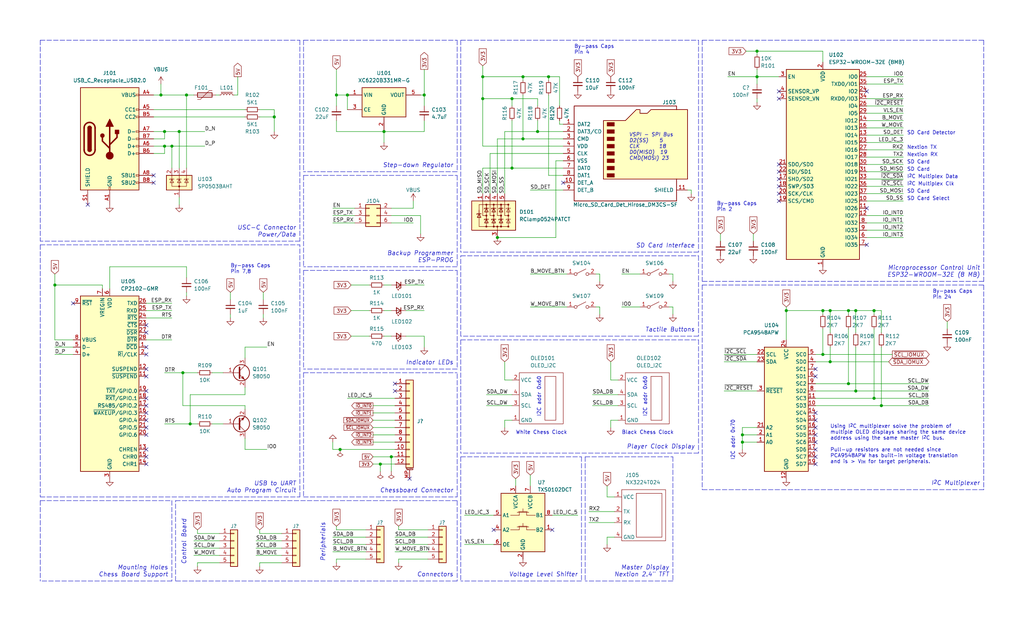
<source format=kicad_sch>
(kicad_sch (version 20211123) (generator eeschema)
  (paper "USLegal")
  (title_block (title "Chess Board Controller") (date "2022-11-16") (rev "B") (company "Butler Electronics") (comment 1 "Design by Joshua Butler, MD, MHI"))
  (junction (at 190.5 26.67))
  (junction (at 288.29 125.73))
  (junction (at 273.05 107.95))
  (junction (at 172.72 82.55))
  (junction (at 118.11 156.21))
  (junction (at 181.61 48.26))
  (junction (at 285.75 107.95))
  (junction (at 57.15 50.8))
  (junction (at 294.64 107.95))
  (junction (at 55.88 33.02))
  (junction (at 116.84 33.02))
  (junction (at 186.69 45.72))
  (junction (at 95.25 40.64))
  (junction (at 132.08 161.29))
  (junction (at 177.8 34.29))
  (junction (at 64.77 33.02))
  (junction (at 306.07 140.97))
  (junction (at 303.53 107.95))
  (junction (at 147.32 33.02))
  (junction (at 297.18 107.95))
  (junction (at 62.23 45.72))
  (junction (at 294.64 133.35))
  (junction (at 181.61 26.67))
  (junction (at 288.29 107.95))
  (junction (at 120.65 33.02))
  (junction (at 63.5 129.54))
  (junction (at 57.15 45.72))
  (junction (at 297.18 135.89))
  (junction (at 262.89 17.78))
  (junction (at 177.8 58.42))
  (junction (at 133.35 45.72))
  (junction (at 167.64 34.29))
  (junction (at 66.04 147.32))
  (junction (at 262.89 26.67))
  (junction (at 135.89 158.75))
  (junction (at 257.81 153.67))
  (junction (at 19.05 99.06))
  (junction (at 257.81 151.13))
  (junction (at 167.64 26.67))
  (junction (at 303.53 138.43))
  (junction (at 59.69 50.8))
  (junction (at 285.75 123.19))
  (no_connect (at 283.21 146.05))
  (no_connect (at 270.51 31.75))
  (no_connect (at 270.51 34.29))
  (no_connect (at 191.77 184.15))
  (no_connect (at 171.45 184.15))
  (no_connect (at 283.21 130.81))
  (no_connect (at 270.51 57.15))
  (no_connect (at 283.21 128.27))
  (no_connect (at 300.99 31.75))
  (no_connect (at 270.51 59.69))
  (no_connect (at 300.99 85.09))
  (no_connect (at 300.99 72.39))
  (no_connect (at 283.21 151.13))
  (no_connect (at 270.51 69.85))
  (no_connect (at 283.21 143.51))
  (no_connect (at 270.51 67.31))
  (no_connect (at 53.34 63.5))
  (no_connect (at 53.34 60.96))
  (no_connect (at 283.21 158.75))
  (no_connect (at 283.21 161.29))
  (no_connect (at 195.58 63.5))
  (no_connect (at 137.16 135.89))
  (no_connect (at 283.21 148.59))
  (no_connect (at 283.21 153.67))
  (no_connect (at 270.51 62.23))
  (no_connect (at 142.24 166.37))
  (no_connect (at 50.8 128.27))
  (no_connect (at 50.8 151.13))
  (no_connect (at 50.8 146.05))
  (no_connect (at 50.8 143.51))
  (no_connect (at 50.8 148.59))
  (no_connect (at 50.8 158.75))
  (no_connect (at 50.8 156.21))
  (no_connect (at 50.8 161.29))
  (no_connect (at 50.8 138.43))
  (no_connect (at 50.8 135.89))
  (no_connect (at 50.8 140.97))
  (no_connect (at 50.8 130.81))
  (no_connect (at 25.4 105.41))
  (no_connect (at 50.8 123.19))
  (no_connect (at 50.8 120.65))
  (no_connect (at 50.8 113.03))
  (no_connect (at 50.8 115.57))
  (no_connect (at 30.48 71.12))
  (no_connect (at 137.16 133.35))
  (no_connect (at 270.51 64.77))
  (no_connect (at 283.21 156.21))
  (polyline (pts (xy 13.97 172.72) (xy 104.14 172.72)))
  (wire (pts (xy 121.92 99.06) (xy 128.27 99.06)))
  (wire (pts (xy 63.5 140.97) (xy 63.5 129.54)))
  (wire (pts (xy 195.58 60.96) (xy 190.5 60.96)))
  (wire (pts (xy 116.84 194.31) (xy 116.84 195.58)))
  (wire (pts (xy 175.26 146.05) (xy 175.26 148.59)))
  (wire (pts (xy 283.21 135.89) (xy 297.18 135.89)))
  (wire (pts (xy 66.04 147.32) (xy 68.58 147.32)))
  (wire (pts (xy 177.8 41.91) (xy 177.8 58.42)))
  (wire (pts (xy 138.43 184.15) (xy 138.43 182.88)))
  (wire (pts (xy 300.99 59.69) (xy 313.69 59.69)))
  (wire (pts (xy 262.89 24.13) (xy 262.89 26.67)))
  (wire (pts (xy 137.16 186.69) (xy 148.59 186.69)))
  (polyline (pts (xy 160.02 13.97) (xy 160.02 87.63)))
  (wire (pts (xy 300.99 74.93) (xy 313.69 74.93)))
  (wire (pts (xy 167.64 22.86) (xy 167.64 26.67)))
  (wire (pts (xy 85.09 124.46) (xy 85.09 120.65)))
  (polyline (pts (xy 59.69 201.93) (xy 13.97 201.93)))
  (wire (pts (xy 240.03 66.04) (xy 240.03 67.31)))
  (wire (pts (xy 167.64 58.42) (xy 167.64 67.31)))
  (wire (pts (xy 303.53 109.22) (xy 303.53 107.95)))
  (polyline (pts (xy 104.14 172.72) (xy 104.14 85.09)))
  (wire (pts (xy 53.34 38.1) (xy 85.09 38.1)))
  (polyline (pts (xy 160.02 118.11) (xy 160.02 157.48)))
  (wire (pts (xy 288.29 125.73) (xy 308.61 125.73)))
  (wire (pts (xy 76.2 195.58) (xy 68.58 195.58)))
  (polyline (pts (xy 60.96 201.93) (xy 60.96 173.99)))
  (wire (pts (xy 194.31 43.18) (xy 195.58 43.18)))
  (wire (pts (xy 168.91 137.16) (xy 177.8 137.16)))
  (wire (pts (xy 129.54 153.67) (xy 137.16 153.67)))
  (wire (pts (xy 283.21 140.97) (xy 306.07 140.97)))
  (wire (pts (xy 135.89 158.75) (xy 137.16 158.75)))
  (wire (pts (xy 193.04 82.55) (xy 172.72 82.55)))
  (wire (pts (xy 273.05 106.68) (xy 273.05 107.95)))
  (polyline (pts (xy 242.57 88.9) (xy 242.57 116.84)))
  (polyline (pts (xy 243.84 99.06) (xy 341.63 99.06)))
  (wire (pts (xy 57.15 147.32) (xy 66.04 147.32)))
  (wire (pts (xy 147.32 41.91) (xy 147.32 45.72)))
  (wire (pts (xy 85.09 137.16) (xy 66.04 137.16)))
  (wire (pts (xy 143.51 69.85) (xy 143.51 72.39)))
  (polyline (pts (xy 201.93 201.93) (xy 160.02 201.93)))
  (wire (pts (xy 297.18 120.65) (xy 297.18 135.89)))
  (wire (pts (xy 262.89 34.29) (xy 262.89 35.56)))
  (wire (pts (xy 186.69 41.91) (xy 186.69 45.72)))
  (wire (pts (xy 251.46 135.89) (xy 262.89 135.89)))
  (wire (pts (xy 193.04 55.88) (xy 193.04 82.55)))
  (wire (pts (xy 300.99 80.01) (xy 313.69 80.01)))
  (wire (pts (xy 238.76 66.04) (xy 240.03 66.04)))
  (wire (pts (xy 297.18 107.95) (xy 297.18 115.57)))
  (wire (pts (xy 133.35 107.95) (xy 135.89 107.95)))
  (polyline (pts (xy 203.2 158.75) (xy 233.68 158.75)))
  (wire (pts (xy 328.93 111.76) (xy 328.93 114.3)))
  (wire (pts (xy 82.55 26.67) (xy 82.55 33.02)))
  (wire (pts (xy 288.29 107.95) (xy 288.29 115.57)))
  (polyline (pts (xy 105.41 13.97) (xy 105.41 59.69)))
  (wire (pts (xy 116.84 41.91) (xy 116.84 45.72)))
  (wire (pts (xy 288.29 120.65) (xy 288.29 125.73)))
  (wire (pts (xy 116.84 33.02) (xy 120.65 33.02)))
  (wire (pts (xy 212.09 125.73) (xy 212.09 132.08)))
  (wire (pts (xy 147.32 116.84) (xy 147.32 120.65)))
  (wire (pts (xy 191.77 179.07) (xy 200.66 179.07)))
  (wire (pts (xy 115.57 74.93) (xy 123.19 74.93)))
  (polyline (pts (xy 160.02 13.97) (xy 242.57 13.97)))
  (wire (pts (xy 177.8 34.29) (xy 186.69 34.29)))
  (polyline (pts (xy 105.41 129.54) (xy 105.41 172.72)))
  (polyline (pts (xy 203.2 158.75) (xy 203.2 201.93)))
  (wire (pts (xy 97.79 185.42) (xy 90.17 185.42)))
  (wire (pts (xy 303.53 114.3) (xy 303.53 138.43)))
  (wire (pts (xy 177.8 36.83) (xy 177.8 34.29)))
  (wire (pts (xy 118.11 156.21) (xy 115.57 156.21)))
  (wire (pts (xy 177.8 146.05) (xy 175.26 146.05)))
  (wire (pts (xy 50.8 118.11) (xy 59.69 118.11)))
  (wire (pts (xy 300.99 44.45) (xy 313.69 44.45)))
  (wire (pts (xy 194.31 43.18) (xy 194.31 41.91)))
  (wire (pts (xy 38.1 92.71) (xy 64.77 92.71)))
  (polyline (pts (xy 242.57 157.48) (xy 160.02 157.48)))
  (wire (pts (xy 64.77 92.71) (xy 64.77 96.52)))
  (wire (pts (xy 283.21 138.43) (xy 303.53 138.43)))
  (wire (pts (xy 294.64 133.35) (xy 322.58 133.35)))
  (wire (pts (xy 53.34 48.26) (xy 57.15 48.26)))
  (wire (pts (xy 232.41 106.68) (xy 233.68 106.68)))
  (wire (pts (xy 88.9 193.04) (xy 97.79 193.04)))
  (wire (pts (xy 115.57 77.47) (xy 123.19 77.47)))
  (wire (pts (xy 146.05 74.93) (xy 146.05 81.28)))
  (wire (pts (xy 55.88 33.02) (xy 53.34 33.02)))
  (polyline (pts (xy 105.41 93.98) (xy 158.75 93.98)))
  (wire (pts (xy 283.21 125.73) (xy 288.29 125.73)))
  (wire (pts (xy 127 194.31) (xy 116.84 194.31)))
  (wire (pts (xy 262.89 26.67) (xy 270.51 26.67)))
  (wire (pts (xy 168.91 140.97) (xy 177.8 140.97)))
  (wire (pts (xy 59.69 50.8) (xy 71.12 50.8)))
  (wire (pts (xy 129.54 161.29) (xy 132.08 161.29)))
  (wire (pts (xy 190.5 33.02) (xy 190.5 60.96)))
  (wire (pts (xy 285.75 123.19) (xy 309.88 123.19)))
  (wire (pts (xy 212.09 146.05) (xy 212.09 148.59)))
  (wire (pts (xy 90.17 195.58) (xy 90.17 196.85)))
  (wire (pts (xy 115.57 72.39) (xy 123.19 72.39)))
  (wire (pts (xy 273.05 107.95) (xy 273.05 118.11)))
  (wire (pts (xy 195.58 55.88) (xy 193.04 55.88)))
  (wire (pts (xy 57.15 48.26) (xy 57.15 45.72)))
  (polyline (pts (xy 160.02 116.84) (xy 160.02 88.9)))
  (wire (pts (xy 129.54 148.59) (xy 137.16 148.59)))
  (wire (pts (xy 184.15 95.25) (xy 196.85 95.25)))
  (wire (pts (xy 121.92 107.95) (xy 128.27 107.95)))
  (wire (pts (xy 233.68 106.68) (xy 233.68 109.22)))
  (wire (pts (xy 80.01 109.22) (xy 80.01 110.49)))
  (wire (pts (xy 135.89 163.83) (xy 135.89 158.75)))
  (wire (pts (xy 147.32 33.02) (xy 147.32 36.83)))
  (wire (pts (xy 120.65 138.43) (xy 137.16 138.43)))
  (wire (pts (xy 306.07 140.97) (xy 322.58 140.97)))
  (polyline (pts (xy 242.57 118.11) (xy 242.57 157.48)))
  (polyline (pts (xy 158.75 128.27) (xy 105.41 128.27)))
  (wire (pts (xy 140.97 107.95) (xy 147.32 107.95)))
  (wire (pts (xy 167.64 34.29) (xy 177.8 34.29)))
  (wire (pts (xy 38.1 92.71) (xy 38.1 100.33)))
  (polyline (pts (xy 158.75 201.93) (xy 60.96 201.93)))
  (wire (pts (xy 129.54 146.05) (xy 137.16 146.05)))
  (wire (pts (xy 170.18 53.34) (xy 195.58 53.34)))
  (wire (pts (xy 261.62 81.28) (xy 261.62 83.82)))
  (polyline (pts (xy 243.84 13.97) (xy 243.84 97.79)))
  (polyline (pts (xy 105.41 60.96) (xy 158.75 60.96)))
  (wire (pts (xy 57.15 129.54) (xy 63.5 129.54)))
  (polyline (pts (xy 13.97 85.09) (xy 104.14 85.09)))
  (wire (pts (xy 215.9 106.68) (xy 222.25 106.68)))
  (wire (pts (xy 90.17 40.64) (xy 95.25 40.64)))
  (wire (pts (xy 19.05 123.19) (xy 25.4 123.19)))
  (wire (pts (xy 288.29 107.95) (xy 294.64 107.95)))
  (polyline (pts (xy 60.96 173.99) (xy 158.75 173.99)))
  (polyline (pts (xy 158.75 60.96) (xy 158.75 92.71)))
  (wire (pts (xy 91.44 109.22) (xy 91.44 110.49)))
  (wire (pts (xy 184.15 66.04) (xy 195.58 66.04)))
  (wire (pts (xy 300.99 34.29) (xy 313.69 34.29)))
  (wire (pts (xy 161.29 179.07) (xy 171.45 179.07)))
  (wire (pts (xy 88.9 190.5) (xy 97.79 190.5)))
  (wire (pts (xy 300.99 64.77) (xy 313.69 64.77)))
  (wire (pts (xy 59.69 50.8) (xy 59.69 58.42)))
  (polyline (pts (xy 13.97 13.97) (xy 13.97 83.82)))
  (wire (pts (xy 67.31 33.02) (xy 64.77 33.02)))
  (wire (pts (xy 205.74 140.97) (xy 214.63 140.97)))
  (wire (pts (xy 137.16 156.21) (xy 118.11 156.21)))
  (wire (pts (xy 259.08 17.78) (xy 262.89 17.78)))
  (wire (pts (xy 285.75 114.3) (xy 285.75 123.19)))
  (wire (pts (xy 257.81 151.13) (xy 262.89 151.13)))
  (polyline (pts (xy 233.68 158.75) (xy 233.68 201.93)))
  (wire (pts (xy 262.89 17.78) (xy 285.75 17.78)))
  (wire (pts (xy 207.01 106.68) (xy 208.28 106.68)))
  (wire (pts (xy 19.05 120.65) (xy 25.4 120.65)))
  (wire (pts (xy 95.25 40.64) (xy 95.25 45.72)))
  (wire (pts (xy 62.23 45.72) (xy 62.23 58.42)))
  (wire (pts (xy 116.84 45.72) (xy 133.35 45.72)))
  (polyline (pts (xy 158.75 93.98) (xy 158.75 128.27)))
  (wire (pts (xy 251.46 125.73) (xy 262.89 125.73)))
  (wire (pts (xy 73.66 147.32) (xy 77.47 147.32)))
  (wire (pts (xy 172.72 48.26) (xy 172.72 67.31)))
  (wire (pts (xy 129.54 151.13) (xy 137.16 151.13)))
  (wire (pts (xy 53.34 40.64) (xy 85.09 40.64)))
  (polyline (pts (xy 59.69 173.99) (xy 59.69 201.93)))
  (wire (pts (xy 115.57 189.23) (xy 127 189.23)))
  (polyline (pts (xy 233.68 201.93) (xy 203.2 201.93)))
  (wire (pts (xy 167.64 58.42) (xy 177.8 58.42)))
  (wire (pts (xy 138.43 194.31) (xy 138.43 195.58)))
  (polyline (pts (xy 158.75 172.72) (xy 158.75 129.54)))
  (wire (pts (xy 95.25 38.1) (xy 95.25 40.64)))
  (wire (pts (xy 300.99 57.15) (xy 313.69 57.15)))
  (wire (pts (xy 121.92 116.84) (xy 128.27 116.84)))
  (polyline (pts (xy 13.97 85.09) (xy 13.97 172.72)))
  (wire (pts (xy 262.89 26.67) (xy 262.89 29.21)))
  (wire (pts (xy 57.15 45.72) (xy 62.23 45.72)))
  (polyline (pts (xy 13.97 173.99) (xy 59.69 173.99)))
  (wire (pts (xy 116.84 33.02) (xy 116.84 36.83)))
  (wire (pts (xy 194.31 26.67) (xy 190.5 26.67)))
  (wire (pts (xy 300.99 41.91) (xy 313.69 41.91)))
  (wire (pts (xy 35.56 100.33) (xy 35.56 99.06)))
  (wire (pts (xy 257.81 153.67) (xy 257.81 156.21)))
  (polyline (pts (xy 13.97 173.99) (xy 13.97 201.93)))
  (wire (pts (xy 146.05 33.02) (xy 147.32 33.02)))
  (wire (pts (xy 306.07 120.65) (xy 306.07 140.97)))
  (wire (pts (xy 262.89 17.78) (xy 262.89 19.05)))
  (wire (pts (xy 50.8 110.49) (xy 59.69 110.49)))
  (wire (pts (xy 300.99 26.67) (xy 313.69 26.67)))
  (wire (pts (xy 306.07 107.95) (xy 303.53 107.95)))
  (wire (pts (xy 57.15 50.8) (xy 59.69 50.8)))
  (wire (pts (xy 67.31 187.96) (xy 76.2 187.96)))
  (polyline (pts (xy 160.02 158.75) (xy 201.93 158.75)))
  (wire (pts (xy 127 184.15) (xy 116.84 184.15)))
  (wire (pts (xy 300.99 82.55) (xy 313.69 82.55)))
  (wire (pts (xy 80.01 101.6) (xy 80.01 104.14)))
  (wire (pts (xy 137.16 191.77) (xy 148.59 191.77)))
  (wire (pts (xy 250.19 81.28) (xy 250.19 83.82)))
  (wire (pts (xy 213.36 186.69) (xy 210.82 186.69)))
  (wire (pts (xy 55.88 29.21) (xy 55.88 33.02)))
  (wire (pts (xy 53.34 53.34) (xy 57.15 53.34)))
  (wire (pts (xy 135.89 77.47) (xy 143.51 77.47)))
  (wire (pts (xy 257.81 153.67) (xy 262.89 153.67)))
  (wire (pts (xy 66.04 137.16) (xy 66.04 147.32)))
  (wire (pts (xy 172.72 48.26) (xy 181.61 48.26)))
  (wire (pts (xy 175.26 45.72) (xy 186.69 45.72)))
  (wire (pts (xy 175.26 125.73) (xy 175.26 132.08)))
  (wire (pts (xy 73.66 129.54) (xy 77.47 129.54)))
  (wire (pts (xy 190.5 26.67) (xy 181.61 26.67)))
  (wire (pts (xy 57.15 53.34) (xy 57.15 50.8)))
  (wire (pts (xy 181.61 27.94) (xy 181.61 26.67)))
  (wire (pts (xy 167.64 26.67) (xy 167.64 34.29)))
  (wire (pts (xy 133.35 99.06) (xy 135.89 99.06)))
  (wire (pts (xy 300.99 36.83) (xy 313.69 36.83)))
  (wire (pts (xy 257.81 148.59) (xy 257.81 151.13)))
  (wire (pts (xy 167.64 50.8) (xy 195.58 50.8)))
  (wire (pts (xy 210.82 172.72) (xy 210.82 168.91)))
  (wire (pts (xy 297.18 107.95) (xy 303.53 107.95)))
  (wire (pts (xy 252.73 26.67) (xy 262.89 26.67)))
  (wire (pts (xy 91.44 101.6) (xy 91.44 104.14)))
  (wire (pts (xy 204.47 181.61) (xy 213.36 181.61)))
  (wire (pts (xy 300.99 67.31) (xy 313.69 67.31)))
  (wire (pts (xy 184.15 165.1) (xy 184.15 168.91)))
  (wire (pts (xy 300.99 69.85) (xy 313.69 69.85)))
  (wire (pts (xy 213.36 172.72) (xy 210.82 172.72)))
  (wire (pts (xy 300.99 62.23) (xy 313.69 62.23)))
  (wire (pts (xy 76.2 185.42) (xy 68.58 185.42)))
  (wire (pts (xy 210.82 186.69) (xy 210.82 189.23)))
  (polyline (pts (xy 242.57 13.97) (xy 242.57 87.63)))
  (wire (pts (xy 67.31 193.04) (xy 76.2 193.04)))
  (polyline (pts (xy 243.84 13.97) (xy 341.63 13.97)))
  (wire (pts (xy 313.69 52.07) (xy 300.99 52.07)))
  (wire (pts (xy 184.15 106.68) (xy 196.85 106.68)))
  (polyline (pts (xy 160.02 118.11) (xy 242.57 118.11)))
  (wire (pts (xy 90.17 185.42) (xy 90.17 184.15)))
  (wire (pts (xy 76.2 33.02) (xy 74.93 33.02)))
  (polyline (pts (xy 341.63 99.06) (xy 341.63 170.18)))
  (wire (pts (xy 181.61 33.02) (xy 181.61 48.26)))
  (wire (pts (xy 294.64 109.22) (xy 294.64 107.95)))
  (polyline (pts (xy 104.14 83.82) (xy 13.97 83.82)))
  (wire (pts (xy 204.47 177.8) (xy 213.36 177.8)))
  (wire (pts (xy 273.05 107.95) (xy 285.75 107.95)))
  (wire (pts (xy 148.59 194.31) (xy 138.43 194.31)))
  (wire (pts (xy 208.28 106.68) (xy 208.28 109.22)))
  (wire (pts (xy 303.53 138.43) (xy 322.58 138.43)))
  (polyline (pts (xy 105.41 13.97) (xy 158.75 13.97)))
  (wire (pts (xy 115.57 186.69) (xy 127 186.69)))
  (wire (pts (xy 116.84 184.15) (xy 116.84 182.88)))
  (wire (pts (xy 313.69 54.61) (xy 300.99 54.61)))
  (wire (pts (xy 85.09 152.4) (xy 85.09 156.21)))
  (wire (pts (xy 179.07 166.37) (xy 179.07 168.91)))
  (polyline (pts (xy 242.57 87.63) (xy 160.02 87.63)))
  (wire (pts (xy 186.69 36.83) (xy 186.69 34.29)))
  (wire (pts (xy 232.41 95.25) (xy 233.68 95.25)))
  (wire (pts (xy 68.58 185.42) (xy 68.58 184.15)))
  (wire (pts (xy 233.68 95.25) (xy 233.68 97.79)))
  (polyline (pts (xy 158.75 13.97) (xy 158.75 59.69)))
  (wire (pts (xy 194.31 36.83) (xy 194.31 26.67)))
  (wire (pts (xy 50.8 105.41) (xy 59.69 105.41)))
  (polyline (pts (xy 242.57 116.84) (xy 160.02 116.84)))
  (wire (pts (xy 205.74 137.16) (xy 214.63 137.16)))
  (wire (pts (xy 147.32 24.13) (xy 147.32 33.02)))
  (wire (pts (xy 300.99 39.37) (xy 313.69 39.37)))
  (wire (pts (xy 306.07 115.57) (xy 306.07 107.95)))
  (wire (pts (xy 170.18 53.34) (xy 170.18 67.31)))
  (wire (pts (xy 90.17 38.1) (xy 95.25 38.1)))
  (wire (pts (xy 214.63 146.05) (xy 212.09 146.05)))
  (wire (pts (xy 82.55 33.02) (xy 81.28 33.02)))
  (polyline (pts (xy 341.63 170.18) (xy 243.84 170.18)))
  (polyline (pts (xy 13.97 13.97) (xy 104.14 13.97)))
  (wire (pts (xy 181.61 48.26) (xy 195.58 48.26)))
  (polyline (pts (xy 104.14 13.97) (xy 104.14 83.82)))
  (wire (pts (xy 19.05 118.11) (xy 25.4 118.11)))
  (polyline (pts (xy 158.75 59.69) (xy 105.41 59.69)))
  (wire (pts (xy 283.21 133.35) (xy 294.64 133.35)))
  (polyline (pts (xy 243.84 99.06) (xy 243.84 170.18)))
  (wire (pts (xy 67.31 190.5) (xy 76.2 190.5)))
  (wire (pts (xy 167.64 26.67) (xy 181.61 26.67)))
  (polyline (pts (xy 105.41 60.96) (xy 105.41 92.71)))
  (wire (pts (xy 64.77 101.6) (xy 64.77 102.87)))
  (wire (pts (xy 251.46 123.19) (xy 262.89 123.19)))
  (wire (pts (xy 135.89 72.39) (xy 143.51 72.39)))
  (wire (pts (xy 177.8 132.08) (xy 175.26 132.08)))
  (wire (pts (xy 186.69 45.72) (xy 195.58 45.72)))
  (wire (pts (xy 208.28 95.25) (xy 208.28 97.79)))
  (wire (pts (xy 300.99 77.47) (xy 313.69 77.47)))
  (wire (pts (xy 132.08 163.83) (xy 132.08 161.29)))
  (polyline (pts (xy 158.75 173.99) (xy 158.75 201.93)))
  (wire (pts (xy 297.18 107.95) (xy 294.64 107.95)))
  (wire (pts (xy 207.01 95.25) (xy 208.28 95.25)))
  (wire (pts (xy 135.89 74.93) (xy 146.05 74.93)))
  (wire (pts (xy 35.56 99.06) (xy 19.05 99.06)))
  (polyline (pts (xy 160.02 88.9) (xy 242.57 88.9)))
  (wire (pts (xy 161.29 189.23) (xy 171.45 189.23)))
  (wire (pts (xy 175.26 45.72) (xy 175.26 67.31)))
  (wire (pts (xy 215.9 95.25) (xy 222.25 95.25)))
  (wire (pts (xy 85.09 156.21) (xy 92.71 156.21)))
  (polyline (pts (xy 105.41 129.54) (xy 158.75 129.54)))
  (wire (pts (xy 62.23 45.72) (xy 71.12 45.72)))
  (wire (pts (xy 19.05 99.06) (xy 19.05 118.11)))
  (wire (pts (xy 190.5 27.94) (xy 190.5 26.67)))
  (wire (pts (xy 129.54 158.75) (xy 135.89 158.75)))
  (wire (pts (xy 64.77 33.02) (xy 55.88 33.02)))
  (wire (pts (xy 53.34 45.72) (xy 57.15 45.72)))
  (wire (pts (xy 294.64 114.3) (xy 294.64 133.35)))
  (wire (pts (xy 129.54 143.51) (xy 137.16 143.51)))
  (polyline (pts (xy 341.63 13.97) (xy 341.63 97.79)))
  (wire (pts (xy 63.5 129.54) (xy 68.58 129.54)))
  (wire (pts (xy 68.58 195.58) (xy 68.58 196.85)))
  (wire (pts (xy 167.64 34.29) (xy 167.64 50.8)))
  (wire (pts (xy 120.65 33.02) (xy 120.65 38.1)))
  (polyline (pts (xy 158.75 92.71) (xy 105.41 92.71)))
  (wire (pts (xy 85.09 140.97) (xy 85.09 142.24)))
  (wire (pts (xy 116.84 24.13) (xy 116.84 33.02)))
  (wire (pts (xy 50.8 107.95) (xy 59.69 107.95)))
  (wire (pts (xy 300.99 46.99) (xy 313.69 46.99)))
  (wire (pts (xy 133.35 49.53) (xy 133.35 45.72)))
  (polyline (pts (xy 341.63 97.79) (xy 243.84 97.79)))
  (wire (pts (xy 147.32 45.72) (xy 133.35 45.72)))
  (wire (pts (xy 85.09 120.65) (xy 92.71 120.65)))
  (wire (pts (xy 97.79 195.58) (xy 90.17 195.58)))
  (wire (pts (xy 140.97 99.06) (xy 147.32 99.06)))
  (wire (pts (xy 257.81 151.13) (xy 257.81 153.67)))
  (wire (pts (xy 115.57 156.21) (xy 115.57 153.67)))
  (polyline (pts (xy 105.41 172.72) (xy 158.75 172.72)))
  (wire (pts (xy 129.54 140.97) (xy 137.16 140.97)))
  (wire (pts (xy 85.09 137.16) (xy 85.09 134.62)))
  (wire (pts (xy 257.81 148.59) (xy 262.89 148.59)))
  (wire (pts (xy 115.57 191.77) (xy 127 191.77)))
  (wire (pts (xy 297.18 135.89) (xy 322.58 135.89)))
  (wire (pts (xy 137.16 189.23) (xy 148.59 189.23)))
  (wire (pts (xy 140.97 116.84) (xy 147.32 116.84)))
  (polyline (pts (xy 201.93 158.75) (xy 201.93 201.93)))
  (wire (pts (xy 85.09 140.97) (xy 63.5 140.97)))
  (polyline (pts (xy 160.02 158.75) (xy 160.02 201.93)))
  (wire (pts (xy 300.99 49.53) (xy 313.69 49.53)))
  (wire (pts (xy 64.77 33.02) (xy 64.77 58.42)))
  (wire (pts (xy 214.63 132.08) (xy 212.09 132.08)))
  (wire (pts (xy 19.05 95.25) (xy 19.05 99.06)))
  (polyline (pts (xy 105.41 93.98) (xy 105.41 128.27)))
  (wire (pts (xy 283.21 123.19) (xy 285.75 123.19)))
  (wire (pts (xy 133.35 116.84) (xy 135.89 116.84)))
  (wire (pts (xy 132.08 161.29) (xy 137.16 161.29)))
  (wire (pts (xy 288.29 107.95) (xy 285.75 107.95)))
  (wire (pts (xy 285.75 17.78) (xy 285.75 21.59)))
  (wire (pts (xy 148.59 184.15) (xy 138.43 184.15)))
  (wire (pts (xy 177.8 58.42) (xy 195.58 58.42)))
  (wire (pts (xy 88.9 187.96) (xy 97.79 187.96)))
  (wire (pts (xy 53.34 50.8) (xy 57.15 50.8)))
  (wire (pts (xy 285.75 107.95) (xy 285.75 109.22)))
  (wire (pts (xy 300.99 29.21) (xy 313.69 29.21)))
  (wire (pts (xy 62.23 68.58) (xy 62.23 71.12)))
  (text "SD Card" (at 314.96 59.69 0) (effects (font (size 1.27 1.27)) (justify left bottom)))
  (text "USB to UART\nAuto Program Circuit" (at 102.87 171.45 180) (effects (font (size 1.5 1.5) italic) (justify right bottom)))
  (text "I^{2}C Multiplex Clk" (at 314.96 64.77 0) (effects (font (size 1.27 1.27)) (justify left bottom)))
  (text "Voltage Level Shifter" (at 200.66 200.66 180) (effects (font (size 1.5 1.5) italic) (justify right bottom)))
  (text "SD Card Detector" (at 314.96 46.99 0) (effects (font (size 1.27 1.27)) (justify left bottom)))
  (text "Master Display\nNextion 2.4\" TFT" (at 232.41 200.66 180) (effects (font (size 1.5 1.5) italic) (justify right bottom)))
  (text "By-pass Caps\nPin 4" (at 199.39 19.05 0) (effects (font (size 1.27 1.27)) (justify left bottom)))
  (text "Chessboard Connector" (at 157.48 171.45 180) (effects (font (size 1.5 1.5) italic) (justify right bottom)))
  (text "Nextion RX" (at 314.96 54.61 0) (effects (font (size 1.27 1.27)) (justify left bottom)))
  (text "Microprocessor Control Unit\nESP32-WROOM-32E (8 MB)" (at 340.36 96.52 180) (effects (font (size 1.5 1.5) italic) (justify right bottom)))
  (text "USC-C Connector\nPower/Data" (at 102.87 82.55 180) (effects (font (size 1.5 1.5) italic) (justify right bottom)))
  (text "SD Card Interface" (at 241.3 86.36 180) (effects (font (size 1.5 1.5) italic) (justify right bottom)))
  (text "SD Card" (at 314.96 67.31 0) (effects (font (size 1.27 1.27)) (justify left bottom)))
  (text "Player Clock Display" (at 241.3 156.21 180) (effects (font (size 1.5 1.5) italic) (justify right bottom)))
  (text "I^{2}C Multiplex Data" (at 314.96 62.23 0) (effects (font (size 1.27 1.27)) (justify left bottom)))
  (text "Control Board" (at 64.77 180.34 270) (effects (font (size 1.5 1.5) italic) (justify right bottom)))
  (text "I^{2}C Multiplexer" (at 340.36 168.91 180) (effects (font (size 1.5 1.5) italic) (justify right bottom)))
  (text "SD Card" (at 314.96 57.15 0) (effects (font (size 1.27 1.27)) (justify left bottom)))
  (text "Black Chess Clock" (at 215.9 151.13 0) (effects (font (size 1.27 1.27)) (justify left bottom)))
  (text "By-pass Caps\nPin 24" (at 323.85 104.14 0) (effects (font (size 1.27 1.27)) (justify left bottom)))
  (text "By-pass Caps\nPin 7,8" (at 80.01 95.25 0) (effects (font (size 1.27 1.27)) (justify left bottom)))
  (text "I2C addr 0x60" (at 224.79 130.81 270) (effects (font (size 1.27 1.27)) (justify right bottom)))
  (text "White Chess Clock" (at 179.07 151.13 0) (effects (font (size 1.27 1.27)) (justify left bottom)))
  (text "By-pass Caps\nPin 2" (at 248.92 73.66 0) (effects (font (size 1.27 1.27)) (justify left bottom)))
  (text "I2C addr 0x70" (at 255.27 160.02 90) (effects (font (size 1.27 1.27)) (justify left bottom)))
  (text "Peripherials" (at 113.03 181.61 270) (effects (font (size 1.5 1.5) italic) (justify right bottom)))
  (text "VSPI - SPI Bus\nD2(SS)    5\nCLK       18\nD0(MISO)  19\nCMD(MOSI) 23" (at 218.44 55.88 0) (effects (font (size 1.27 1.27) italic) (justify left bottom)))
  (text "Step-down Regulator" (at 157.48 58.42 180) (effects (font (size 1.5 1.5) italic) (justify right bottom)))
  (text "Backup Programmer\nESP-PROG" (at 157.48 91.44 180) (effects (font (size 1.5 1.5) italic) (justify right bottom)))
  (text "Connectors" (at 157.48 200.66 180) (effects (font (size 1.5 1.5) italic) (justify right bottom)))
  (text "Using I^{2}C multiplexer solve the problem of\nmultiple OLED displays sharing the same device\naddress using the same master I^{2}C bus.\n\nPull-up resistors are not needed since\nPCA9548APW has built-in voltage translation\nand is > V_{iH} for target peripherals." (at 288.29 161.29 0) (effects (font (size 1.27 1.27)) (justify left bottom)))
  (text "I2C addr 0x60" (at 187.96 130.81 270) (effects (font (size 1.27 1.27)) (justify right bottom)))
  (text "Nextion TX" (at 314.96 52.07 0) (effects (font (size 1.27 1.27)) (justify left bottom)))
  (text "Mounting Holes\nChess Board Support" (at 58.42 200.66 180) (effects (font (size 1.5 1.5) italic) (justify right bottom)))
  (text "Indicator LEDs" (at 157.48 127 180) (effects (font (size 1.5 1.5) italic) (justify right bottom)))
  (text "Tactile Buttons" (at 241.3 115.57 180) (effects (font (size 1.5 1.5) italic) (justify right bottom)))
  (text "SD Card Select" (at 314.96 69.85 0) (effects (font (size 1.27 1.27)) (justify left bottom)))
  (label "B_MOVE" (at 313.69 41.91 180))
  (label "SCL_DB" (at 322.58 138.43 180))
  (label "IO0" (at 92.71 156.21 0))
  (label "ESP_RX" (at 59.69 105.41 180))
  (label "IO0" (at 215.9 106.68 0))
  (label "~{I2C_SDA}" (at 313.69 62.23 180))
  (label "IO0" (at 143.51 77.47 180))
  (label "ESP_RX" (at 147.32 107.95 180))
  (label "SD_SS" (at 175.26 67.31 90))
  (label "RTS" (at 59.69 110.49 180))
  (label "W_MOVE" (at 313.69 44.45 180))
  (label "DTR" (at 59.69 118.11 180))
  (label "ESP_RX" (at 115.57 77.47 0))
  (label "SCL_DB" (at 137.16 189.23 0))
  (label "VLS_EN" (at 313.69 39.37 180))
  (label "IO0" (at 313.69 26.67 180))
  (label "SCL_DW" (at 67.31 190.5 0))
  (label "SDA_DW" (at 168.91 137.16 0))
  (label "W_MOVE_BTN" (at 184.15 106.68 0))
  (label "SCL_DB" (at 88.9 190.5 0))
  (label "SDA_DB" (at 88.9 187.96 0))
  (label "~{I2C_SCL}" (at 251.46 123.19 0))
  (label "SD_DET" (at 184.15 66.04 0))
  (label "D_N" (at 71.12 45.72 0))
  (label "SD_SS" (at 313.69 69.85 180))
  (label "LED_IC_5" (at 120.65 138.43 0))
  (label "ESP_TX" (at 313.69 29.21 180))
  (label "VLS_EN" (at 161.29 189.23 0))
  (label "IO_INT3" (at 313.69 82.55 180))
  (label "EN" (at 215.9 95.25 0))
  (label "~{I2C_SCL}" (at 313.69 64.77 180))
  (label "TX2" (at 204.47 181.61 0))
  (label "~{I2C_SDA}" (at 251.46 125.73 0))
  (label "SCL_DB" (at 115.57 189.23 0))
  (label "SD_MISO" (at 167.64 67.31 90))
  (label "EN" (at 92.71 120.65 0))
  (label "SDA_DB" (at 205.74 137.16 0))
  (label "SCL_DW" (at 168.91 140.97 0))
  (label "SDA_DW" (at 322.58 135.89 180))
  (label "RX2" (at 204.47 177.8 0))
  (label "LED_IC_5" (at 200.66 179.07 180))
  (label "SD_DET" (at 313.69 46.99 180))
  (label "SD_SCK" (at 313.69 57.15 180))
  (label "DTR" (at 57.15 129.54 0))
  (label "~{I2C_RESET}" (at 313.69 36.83 180))
  (label "ESP_TX" (at 115.57 74.93 0))
  (label "B_MOVE_BTN" (at 184.15 95.25 0))
  (label "B_MOVE" (at 88.9 193.04 0))
  (label "SCL_DB" (at 205.74 140.97 0))
  (label "SDA_DB" (at 137.16 186.69 0))
  (label "IO_INT1" (at 313.69 77.47 180))
  (label "SDA_DB" (at 322.58 140.97 180))
  (label "TX2" (at 313.69 54.61 180))
  (label "EN" (at 115.57 72.39 0))
  (label "D_N" (at 19.05 120.65 0))
  (label "EN" (at 252.73 26.67 0))
  (label "B_MOVE_BTN" (at 115.57 191.77 0))
  (label "LED_IC_3" (at 161.29 179.07 0))
  (label "SD_MOSI" (at 172.72 67.31 90))
  (label "~{I2C_RESET}" (at 251.46 135.89 0))
  (label "RX2" (at 313.69 52.07 180))
  (label "SDA_DB" (at 115.57 186.69 0))
  (label "SD_MOSI" (at 313.69 67.31 180))
  (label "W_MOVE_BTN" (at 137.16 191.77 0))
  (label "ESP_TX" (at 59.69 107.95 180))
  (label "SDA_DW" (at 67.31 187.96 0))
  (label "SCL_DW" (at 322.58 133.35 180))
  (label "SD_SCK" (at 170.18 67.31 90))
  (label "LED_IC_3" (at 313.69 49.53 180))
  (label "D_P" (at 71.12 50.8 0))
  (label "RTS" (at 57.15 147.32 0))
  (label "ESP_TX" (at 147.32 99.06 180))
  (label "SD_MISO" (at 313.69 59.69 180))
  (label "IO_INT0" (at 313.69 74.93 180))
  (label "ESP_RX" (at 313.69 34.29 180))
  (label "IO_INT2" (at 313.69 80.01 180))
  (label "D_P" (at 19.05 123.19 0))
  (label "W_MOVE" (at 67.31 193.04 0))
  (global_label "~{SDA_IOMUX}" (shape bidirectional) (at 308.61 125.73 0) (property "Intersheet References" "${INTERSHEET_REFS}" (effects hide)))
  (global_label "3V3" (shape input) (at 90.17 184.15 90) (property "Intersheet References" "${INTERSHEET_REFS}" (effects hide)))
  (global_label "3V3" (shape input) (at 212.09 26.67 90) (property "Intersheet References" "${INTERSHEET_REFS}" (effects hide)))
  (global_label "3V3" (shape input) (at 328.93 111.76 90) (property "Intersheet References" "${INTERSHEET_REFS}" (effects hide)))
  (global_label "3V3" (shape input) (at 138.43 182.88 90) (property "Intersheet References" "${INTERSHEET_REFS}" (effects hide)))
  (global_label "~{IO_INT0}" (shape output) (at 129.54 140.97 180) (effects (font (size 1 1))) (property "Intersheet References" "${INTERSHEET_REFS}" (effects hide)))
  (global_label "3V3" (shape output) (at 147.32 24.13 90) (property "Intersheet References" "${INTERSHEET_REFS}" (effects hide)))
  (global_label "3V3" (shape input) (at 261.62 81.28 90) (property "Intersheet References" "${INTERSHEET_REFS}" (effects hide)))
  (global_label "5V" (shape output) (at 82.55 26.67 90) (property "Intersheet References" "${INTERSHEET_REFS}" (effects hide)))
  (global_label "3V3" (shape input) (at 212.09 125.73 90) (property "Intersheet References" "${INTERSHEET_REFS}" (effects hide)))
  (global_label "3V3" (shape input) (at 259.08 17.78 180) (property "Intersheet References" "${INTERSHEET_REFS}" (effects hide)))
  (global_label "3V3" (shape input) (at 121.92 107.95 180) (property "Intersheet References" "${INTERSHEET_REFS}" (effects hide)))
  (global_label "3V3" (shape input) (at 129.54 161.29 180) (effects (font (size 1 1))) (property "Intersheet References" "${INTERSHEET_REFS}" (effects hide)))
  (global_label "3V3" (shape input) (at 200.66 26.67 90) (property "Intersheet References" "${INTERSHEET_REFS}" (effects hide)))
  (global_label "~{SCL_IOMUX}" (shape input) (at 129.54 148.59 180) (effects (font (size 1 1))) (property "Intersheet References" "${INTERSHEET_REFS}" (effects hide)))
  (global_label "3V3" (shape input) (at 167.64 22.86 90) (property "Intersheet References" "${INTERSHEET_REFS}" (effects hide)))
  (global_label "3V3" (shape input) (at 68.58 184.15 90) (property "Intersheet References" "${INTERSHEET_REFS}" (effects hide)))
  (global_label "3V3" (shape input) (at 116.84 182.88 90) (property "Intersheet References" "${INTERSHEET_REFS}" (effects hide)))
  (global_label "~{SCL_IOMUX}" (shape output) (at 309.88 123.19 0) (property "Intersheet References" "${INTERSHEET_REFS}" (effects hide)))
  (global_label "~{IO_INT1}" (shape output) (at 129.54 143.51 180) (effects (font (size 1 1))) (property "Intersheet References" "${INTERSHEET_REFS}" (effects hide)))
  (global_label "~{IO_INT2}" (shape output) (at 129.54 151.13 180) (effects (font (size 1 1))) (property "Intersheet References" "${INTERSHEET_REFS}" (effects hide)))
  (global_label "3V3" (shape input) (at 273.05 106.68 90) (property "Intersheet References" "${INTERSHEET_REFS}" (effects hide)))
  (global_label "5V" (shape input) (at 19.05 95.25 90) (property "Intersheet References" "${INTERSHEET_REFS}" (effects hide)))
  (global_label "3V3" (shape input) (at 175.26 125.73 90) (property "Intersheet References" "${INTERSHEET_REFS}" (effects hide)))
  (global_label "5V" (shape input) (at 210.82 168.91 90) (property "Intersheet References" "${INTERSHEET_REFS}" (effects hide)))
  (global_label "3V3" (shape input) (at 121.92 116.84 180) (property "Intersheet References" "${INTERSHEET_REFS}" (effects hide)))
  (global_label "~{IO_INT3}" (shape output) (at 129.54 153.67 180) (effects (font (size 1 1))) (property "Intersheet References" "${INTERSHEET_REFS}" (effects hide)))
  (global_label "3V3" (shape input) (at 179.07 166.37 90) (property "Intersheet References" "${INTERSHEET_REFS}" (effects hide)))
  (global_label "5V" (shape input) (at 91.44 101.6 90) (property "Intersheet References" "${INTERSHEET_REFS}" (effects hide)))
  (global_label "5V" (shape input) (at 129.54 158.75 180) (effects (font (size 1 1))) (property "Intersheet References" "${INTERSHEET_REFS}" (effects hide)))
  (global_label "5V" (shape input) (at 116.84 24.13 90) (property "Intersheet References" "${INTERSHEET_REFS}" (effects hide)))
  (global_label "~{SDA_IOMUX}" (shape input) (at 129.54 146.05 180) (effects (font (size 1 1))) (property "Intersheet References" "${INTERSHEET_REFS}" (effects hide)))
  (global_label "5V" (shape input) (at 80.01 101.6 90) (property "Intersheet References" "${INTERSHEET_REFS}" (effects hide)))
  (global_label "5V" (shape input) (at 184.15 165.1 90) (property "Intersheet References" "${INTERSHEET_REFS}" (effects hide)))
  (global_label "3V3" (shape input) (at 121.92 99.06 180) (property "Intersheet References" "${INTERSHEET_REFS}" (effects hide)))
  (global_label "3V3" (shape input) (at 250.19 81.28 90) (property "Intersheet References" "${INTERSHEET_REFS}" (effects hide)))
  (symbol (lib_id "User_Symbols:OLED_I2C") (at 224.79 138.43 0) (unit 1) (in_bom no)
    (property "Reference" "OLED102" (at 220.98 124.46 0) (effects (justify left)))
    (property "Value" "OLED_I2C" (at 220.98 127 0) (effects (justify left)))
    (property "Footprint" "User Custom Footprint:OLED_128x32_I2C_4pins" (effects hide))
  )
  (symbol (lib_id "Connector_Generic:Conn_02x03_Odd_Even") (at 128.27 74.93 0) (unit 1) (in_bom no)
    (property "Reference" "J104" (at 129.54 69.85 0))
    (property "Value" "Conn_02x03_Odd_Even" (effects hide))
    (property "Footprint" "Tag_Connect:TC2030-IDC-NL" (effects hide))
  )
  (symbol (lib_id "power:GND") (at 273.05 166.37 0) (unit 1)
    (property "Reference" "#PWR0125" (effects hide))
    (property "Value" "GND" (effects hide))
  )
  (symbol (lib_id "Device:C_Small") (at 80.01 106.68 0) (unit 1)
    (property "Reference" "C104" (at 82.55 105.4162 0) (effects (justify left)))
    (property "Value" "1uF" (at 82.55 107.9562 0) (effects (justify left)))
    (property "Footprint" "Capacitor_SMD:C_0603_1608Metric" (effects hide))
    (property "LCSC" "C14663" (effects hide))
  )
  (symbol (lib_id "power:GND") (at 172.72 82.55 0) (unit 1)
    (property "Reference" "#PWR0128" (effects hide))
    (property "Value" "GND" (effects hide))
  )
  (symbol (lib_id "power:GND") (at 257.81 156.21 0) (unit 1)
    (property "Reference" "#PWR0127" (effects hide))
    (property "Value" "GND" (effects hide))
  )
  (symbol (lib_id "power:GND") (at 210.82 189.23 0) (unit 1)
    (property "Reference" "#PWR0136" (effects hide))
    (property "Value" "GND" (effects hide))
  )
  (symbol (lib_id "power:GND") (at 262.89 35.56 0) (unit 1)
    (property "Reference" "#PWR?" (effects hide))
    (property "Value" "GND" (effects hide))
  )
  (symbol (lib_id "power:GND") (at 95.25 45.72 0) (unit 1)
    (property "Reference" "#PWR0102" (effects hide))
    (property "Value" "GND" (effects hide))
  )
  (symbol (lib_id "Device:R_Small") (at 181.61 30.48 0) (mirror x) (unit 1)
    (property "Reference" "R117" (at 179.07 30.48 90))
    (property "Value" "47K" (at 184.15 30.48 90))
    (property "Footprint" "Resistor_SMD:R_0603_1608Metric" (effects hide))
    (property "LCSC" "C25819" (effects hide))
  )
  (symbol (lib_id "Device:C_Small") (at 250.19 86.36 0) (unit 1)
    (property "Reference" "C107" (at 252.73 85.09 0) (effects (justify left)))
    (property "Value" "22uF" (at 252.73 87.63 0) (effects (justify left)))
    (property "Footprint" "Capacitor_SMD:C_0603_1608Metric" (effects hide))
    (property "LCSC" "C59461" (effects hide))
  )
  (symbol (lib_id "Transistor_BJT:MMBTA42") (at 82.55 147.32 0) (mirror x) (unit 1)
    (property "Reference" "Q102" (at 87.63 146.0499 0) (effects (justify left)))
    (property "Value" "S8050" (at 87.63 148.5899 0) (effects (justify left)))
    (property "Footprint" "Package_TO_SOT_SMD:SOT-23" (effects hide))
    (property "Datasheet" "https://www.onsemi.com/pub/Collateral/MMBTA42LT1-D.PDF" (effects hide))
    (property "LCSC" "C2146" (effects hide))
  )
  (symbol (lib_id "power:GND") (at 138.43 195.58 0) (unit 1)
    (property "Reference" "#PWR?" (effects hide))
    (property "Value" "GND" (effects hide))
  )
  (symbol (lib_id "Device:LED_Small") (at 138.43 99.06 180) (unit 1)
    (property "Reference" "LED101" (at 135.89 102.87 0) (effects (justify right)))
    (property "Value" "BLUE" (effects hide))
    (property "Footprint" "LED_SMD:LED_0603_1608Metric" (effects hide))
    (property "LCSC" "C72041" (effects hide))
  )
  (symbol (lib_id "power:GND") (at 212.09 148.59 0) (unit 1)
    (property "Reference" "#PWR0124" (effects hide))
    (property "Value" "GND" (effects hide))
  )
  (symbol (lib_id "power:GND") (at 133.35 49.53 0) (unit 1)
    (property "Reference" "#PWR0104" (effects hide))
    (property "Value" "GND" (effects hide))
  )
  (symbol (lib_id "power:PWR_FLAG") (at 132.08 163.83 180) (unit 1)
    (property "Reference" "#FLG?" (effects hide))
    (property "Value" "PWR_FLAG" (effects hide))
  )
  (symbol (lib_id "Switch:SW_SPST") (at 201.93 95.25 0) (unit 1)
    (property "Reference" "SW104" (at 201.93 91.44 0))
    (property "Value" "SW_SPST" (effects hide))
    (property "Footprint" "User Custom Footprint:Button_SW_12mm_1.8mm_hole" (effects hide))
    (property "Datasheet" "https://datasheet.lcsc.com/lcsc/1811071521_Omron-Electronics-B3F-4055_C84931.pdf" (effects hide))
    (property "LCSC" "C84931" (effects hide))
  )
  (symbol (lib_id "Device:R_Small") (at 190.5 30.48 0) (mirror x) (unit 1)
    (property "Reference" "R119" (at 187.96 30.48 90))
    (property "Value" "47K" (at 193.04 30.48 90))
    (property "Footprint" "Resistor_SMD:R_0603_1608Metric" (effects hide))
    (property "LCSC" "C25819" (effects hide))
  )
  (symbol (lib_id "Device:R_Small") (at 306.07 118.11 0) (unit 1)
    (property "Reference" "R112" (at 307.34 116.84 0) (effects (justify left)))
    (property "Value" "2K7" (at 307.34 119.38 0) (effects (justify left)))
    (property "Footprint" "Resistor_SMD:R_0603_1608Metric" (effects hide))
    (property "LCSC" "C13167" (effects hide))
  )
  (symbol (lib_id "User_Symbols:RClamp0524PATCT") (at 171.45 74.93 0) (unit 1)
    (property "Reference" "D101" (at 180.34 73.6599 0) (effects (justify left)))
    (property "Value" "RClamp0524PATCT" (at 180.34 76.1999 0) (effects (justify left)))
    (property "Footprint" "User Custom Footprint:SLP2510P8" (effects hide))
    (property "Datasheet" "https://media.digikey.com/pdf/Data%20Sheets/Semtech%20PDFs/RCLAMP3328P.pdf" (effects hide))
    (property "LCSC" "C40960" (effects hide))
  )
  (symbol (lib_id "Device:R_Small") (at 87.63 40.64 270) (unit 1)
    (property "Reference" "R103" (at 87.63 45.72 90))
    (property "Value" "5K1" (at 87.63 43.18 90))
    (property "Footprint" "Resistor_SMD:R_0805_2012Metric" (effects hide))
    (property "LCSC" "C27834" (effects hide))
  )
  (symbol (lib_id "Logic_LevelTranslator:TXS0102DCT") (at 181.61 181.61 0) (unit 1)
    (property "Reference" "U?" (at 186.69 167.64 0) (effects (justify left)))
    (property "Value" "TXS0102DCT" (at 186.69 170.18 0) (effects (justify left)))
    (property "Footprint" "Package_SO:SSOP-8_2.95x2.8mm_P0.65mm" (effects hide))
    (property "Datasheet" "http://www.ti.com/lit/gpn/txs0102" (effects hide))
  )
  (symbol (lib_id "power:GND") (at 212.09 31.75 0) (unit 1)
    (property "Reference" "#PWR0110" (effects hide))
    (property "Value" "GND" (effects hide))
  )
  (symbol (lib_id "Device:R_Small") (at 285.75 111.76 0) (unit 1)
    (property "Reference" "R104" (at 287.02 110.49 0) (effects (justify left)))
    (property "Value" "2K7" (at 287.02 113.03 0) (effects (justify left)))
    (property "Footprint" "Resistor_SMD:R_0603_1608Metric" (effects hide))
    (property "LCSC" "C13167" (effects hide))
  )
  (symbol (lib_id "power:GND") (at 261.62 88.9 0) (unit 1)
    (property "Reference" "#PWR0130" (effects hide))
    (property "Value" "GND" (effects hide))
  )
  (symbol (lib_id "Connector_Generic:Conn_01x05") (at 153.67 189.23 0) (unit 1)
    (property "Reference" "J?" (at 152.4 181.61 0) (effects (justify left)))
    (property "Value" "Conn_01x05" (effects hide))
    (property "Footprint" "Connector_JST:JST_PH_S5B-PH-K_1x05_P2.00mm_Horizontal" (effects hide))
  )
  (symbol (lib_id "power:GND") (at 38.1 71.12 0) (unit 1)
    (property "Reference" "#PWR0105" (effects hide))
    (property "Value" "GND" (effects hide))
  )
  (symbol (lib_id "Device:L_Ferrite_Small") (at 78.74 33.02 90) (unit 1)
    (property "Reference" "L101" (at 78.74 30.48 90))
    (property "Value" "L_Ferrite_Small" (effects hide))
    (property "Footprint" "Inductor_SMD:L_0805_2012Metric_Pad1.15x1.40mm_HandSolder" (effects hide))
    (property "LCSC" "C61012" (effects hide))
  )
  (symbol (lib_id "Connector:USB_C_Receptacle_USB2.0") (at 38.1 48.26 0) (unit 1)
    (property "Reference" "J101" (at 38.1 25.4 0))
    (property "Value" "USB_C_Receptacle_USB2.0" (at 38.1 27.94 0))
    (property "Footprint" "User Custom Footprint:USB_C_Receptable_918-418K2023S40001" (effects hide))
    (property "Datasheet" "https://www.usb.org/sites/default/files/documents/usb_type-c.zip" (effects hide))
    (property "LCSC" "C167321" (effects hide))
  )
  (symbol (lib_id "Device:LED_Small") (at 138.43 107.95 180) (unit 1)
    (property "Reference" "LED102" (at 135.89 111.76 0) (effects (justify right)))
    (property "Value" "GREEN" (effects hide))
    (property "Footprint" "LED_SMD:LED_0603_1608Metric" (effects hide))
    (property "LCSC" "C72043" (effects hide))
  )
  (symbol (lib_id "Device:C_Small") (at 262.89 31.75 0) (mirror y) (unit 1)
    (property "Reference" "C?" (at 260.35 30.48 0) (effects (justify left)))
    (property "Value" "100nF" (at 260.35 33.02 0) (effects (justify left)))
    (property "Footprint" "Capacitor_SMD:C_0603_1608Metric" (effects hide))
    (property "LCSC" "C14663" (effects hide))
  )
  (symbol (lib_id "power:GND") (at 233.68 109.22 0) (unit 1)
    (property "Reference" "#PWR0117" (effects hide))
    (property "Value" "GND" (effects hide))
  )
  (symbol (lib_id "power:GND") (at 147.32 120.65 0) (unit 1)
    (property "Reference" "#PWR0132" (effects hide))
    (property "Value" "GND" (effects hide))
  )
  (symbol (lib_id "Device:LED_Small") (at 138.43 116.84 180) (unit 1)
    (property "Reference" "LED103" (at 135.89 120.65 0) (effects (justify right)))
    (property "Value" "RED" (effects hide))
    (property "Footprint" "LED_SMD:LED_0603_1608Metric" (effects hide))
    (property "LCSC" "C2286" (effects hide))
  )
  (symbol (lib_id "power:GND") (at 208.28 97.79 0) (unit 1)
    (property "Reference" "#PWR0111" (effects hide))
    (property "Value" "GND" (effects hide))
  )
  (symbol (lib_id "User_Symbols:OLED_I2C") (at 187.96 138.43 0) (unit 1) (in_bom no)
    (property "Reference" "OLED101" (at 184.15 124.46 0) (effects (justify left)))
    (property "Value" "OLED_I2C" (at 184.15 127 0) (effects (justify left)))
    (property "Footprint" "User Custom Footprint:OLED_128x32_I2C_4pins" (effects hide))
  )
  (symbol (lib_id "Device:R_Small") (at 71.12 147.32 270) (mirror x) (unit 1)
    (property "Reference" "R110" (at 71.12 144.78 90))
    (property "Value" "10K" (at 71.12 149.86 90))
    (property "Footprint" "Resistor_SMD:R_0603_1608Metric" (effects hide))
    (property "LCSC" "C25804" (effects hide))
  )
  (symbol (lib_id "power:GND") (at 233.68 97.79 0) (unit 1)
    (property "Reference" "#PWR0113" (effects hide))
    (property "Value" "GND" (effects hide))
  )
  (symbol (lib_id "Switch:SW_SPST") (at 201.93 106.68 0) (unit 1)
    (property "Reference" "SW107" (at 201.93 102.87 0))
    (property "Value" "SW_SPST" (effects hide))
    (property "Footprint" "User Custom Footprint:Button_SW_12mm_1.8mm_hole" (effects hide))
    (property "Datasheet" "https://datasheet.lcsc.com/lcsc/1811071521_Omron-Electronics-B3F-4055_C84931.pdf" (effects hide))
    (property "LCSC" "C84931" (effects hide))
  )
  (symbol (lib_id "Device:R_Small") (at 288.29 118.11 0) (unit 1)
    (property "Reference" "R106" (at 289.56 116.84 0) (effects (justify left)))
    (property "Value" "2K7" (at 289.56 119.38 0) (effects (justify left)))
    (property "Footprint" "Resistor_SMD:R_0603_1608Metric" (effects hide))
    (property "LCSC" "C13167" (effects hide))
  )
  (symbol (lib_id "Device:C_Small") (at 261.62 86.36 0) (unit 1)
    (property "Reference" "C108" (at 264.16 85.09 0) (effects (justify left)))
    (property "Value" "100nF" (at 264.16 87.63 0) (effects (justify left)))
    (property "Footprint" "Capacitor_SMD:C_0603_1608Metric" (effects hide))
    (property "LCSC" "C14663" (effects hide))
  )
  (symbol (lib_id "Regulator_Linear:XC6220B331MR") (at 133.35 35.56 0) (unit 1)
    (property "Reference" "U101" (at 133.35 25.4 0))
    (property "Value" "XC6220B331MR-G" (at 133.35 27.94 0))
    (property "Footprint" "Package_TO_SOT_SMD:SOT-23-5" (effects hide))
    (property "Datasheet" "https://datasheet.lcsc.com/lcsc/1810010324_Torex-Semicon-XC6220B331MR-G_C86534.pdf" (effects hide))
    (property "LCSC" "C86534" (effects hide))
  )
  (symbol (lib_id "power:GND") (at 62.23 71.12 0) (unit 1)
    (property "Reference" "#PWR0114" (effects hide))
    (property "Value" "GND" (effects hide))
  )
  (symbol (lib_id "Device:R_Small") (at 194.31 39.37 0) (mirror x) (unit 1)
    (property "Reference" "R120" (at 191.77 39.37 90))
    (property "Value" "47K" (at 196.85 39.37 90))
    (property "Footprint" "Resistor_SMD:R_0603_1608Metric" (effects hide))
    (property "LCSC" "C25819" (effects hide))
  )
  (symbol (lib_id "power:GND") (at 200.66 31.75 0) (unit 1)
    (property "Reference" "#PWR0109" (effects hide))
    (property "Value" "GND" (effects hide))
  )
  (symbol (lib_id "Device:C_Small") (at 116.84 39.37 0) (mirror x) (unit 1)
    (property "Reference" "C102" (at 114.3 38.0935 0) (effects (justify right)))
    (property "Value" "22uF" (at 114.3 40.6335 0) (effects (justify right)))
    (property "Footprint" "Capacitor_SMD:C_0603_1608Metric" (effects hide))
    (property "LCSC" "C59461" (effects hide))
  )
  (symbol (lib_id "power:PWR_FLAG") (at 118.11 156.21 0) (mirror x) (unit 1)
    (property "Reference" "#FLG?" (effects hide))
    (property "Value" "PWR_FLAG" (effects hide))
  )
  (symbol (lib_id "power:VBUS") (at 143.51 69.85 0) (unit 1)
    (property "Reference" "#PWR0133" (effects hide))
    (property "Value" "VBUS" (at 143.51 66.04 0))
  )
  (symbol (lib_id "Switch:SW_SPST") (at 227.33 106.68 0) (unit 1)
    (property "Reference" "SW109" (at 227.33 102.87 0))
    (property "Value" "SW_SPST" (effects hide))
    (property "Footprint" "User Custom Footprint:XKB-Connectivity-TS-1187A-B-A-B" (effects hide))
    (property "Datasheet" "https://datasheet.lcsc.com/lcsc/2002271431_XKB-Connectivity-TS-1187A-B-A-B_C318884.pdf" (effects hide))
    (property "LCSC" "C318884" (effects hide))
  )
  (symbol (lib_id "power:GND") (at 91.44 110.49 0) (unit 1)
    (property "Reference" "#PWR0121" (effects hide))
    (property "Value" "GND" (effects hide))
  )
  (symbol (lib_id "Device:R_Small") (at 130.81 107.95 90) (unit 1)
    (property "Reference" "R114" (at 130.81 105.41 90))
    (property "Value" "1K" (at 130.81 110.49 90))
    (property "Footprint" "Resistor_SMD:R_0603_1608Metric" (effects hide))
    (property "LCSC" "C21190" (effects hide))
  )
  (symbol (lib_id "Switch:SW_SPST") (at 227.33 95.25 0) (unit 1)
    (property "Reference" "SW106" (at 227.33 91.44 0))
    (property "Value" "SW_SPST" (effects hide))
    (property "Footprint" "User Custom Footprint:XKB-Connectivity-TS-1187A-B-A-B" (effects hide))
    (property "Datasheet" "https://datasheet.lcsc.com/lcsc/2002271431_XKB-Connectivity-TS-1187A-B-A-B_C318884.pdf" (effects hide))
    (property "LCSC" "C318884" (effects hide))
  )
  (symbol (lib_id "Device:C_Small") (at 147.32 39.37 0) (unit 1)
    (property "Reference" "C103" (at 149.86 38.1062 0) (effects (justify left)))
    (property "Value" "4.7uF" (at 149.86 40.6462 0) (effects (justify left)))
    (property "Footprint" "Capacitor_SMD:C_0603_1608Metric" (effects hide))
    (property "LCSC" "C19666" (effects hide))
  )
  (symbol (lib_id "RF_Module:ESP32-WROOM-32D") (at 285.75 57.15 0) (unit 1)
    (property "Reference" "U102" (at 287.7694 19.05 0) (effects (justify left)))
    (property "Value" "ESP32-WROOM-32E (8MB)" (at 287.7694 21.59 0) (effects (justify left)))
    (property "Footprint" "RF_Module:ESP32-WROOM-32" (effects hide))
    (property "Datasheet" "https://www.espressif.com/sites/default/files/documentation/esp32-wroom-32d_esp32-wroom-32u_datasheet_en.pdf" (effects hide))
    (property "LCSC" "C701342" (effects hide))
  )
  (symbol (lib_id "Device:R_Small") (at 130.81 99.06 90) (unit 1)
    (property "Reference" "R113" (at 130.81 96.52 90))
    (property "Value" "1K" (at 130.81 101.6 90))
    (property "Footprint" "Resistor_SMD:R_0603_1608Metric" (effects hide))
    (property "LCSC" "C21190" (effects hide))
  )
  (symbol (lib_id "Device:R_Small") (at 130.81 116.84 90) (unit 1)
    (property "Reference" "R115" (at 130.81 114.3 90))
    (property "Value" "470" (at 130.81 119.38 90))
    (property "Footprint" "Resistor_SMD:R_0603_1608Metric" (effects hide))
    (property "LCSC" "C23179" (effects hide))
    (property "MFR_PART_NBR" "0805W8F4700T5E" (effects hide))
  )
  (symbol (lib_id "power:GND") (at 68.58 196.85 0) (unit 1)
    (property "Reference" "#PWR?" (effects hide))
    (property "Value" "GND" (effects hide))
  )
  (symbol (lib_id "Connector_Generic_MountingPin:Conn_01x12_MountingPin") (at 142.24 146.05 0) (unit 1)
    (property "Reference" "J?" (at 144.78 146.4055 0) (effects (justify left)))
    (property "Value" "Conn_01x12_MountingPin" (effects hide))
    (property "Footprint" "Connector_FFC-FPC:TE_1-84953-2_1x12-1MP_P1.0mm_Horizontal" (effects hide))
    (property "LCSC" "C262718" (effects hide))
  )
  (symbol (lib_id "Interface_USB:CP2102N-Axx-xQFN28") (at 38.1 133.35 0) (unit 1)
    (property "Reference" "U105" (at 41.91 97.79 0) (effects (justify left)))
    (property "Value" "CP2102-GMR" (at 41.91 100.33 0) (effects (justify left)))
    (property "Footprint" "Package_DFN_QFN:QFN-28-1EP_5x5mm_P0.5mm_EP3.35x3.35mm" (effects hide))
    (property "Datasheet" "https://datasheet.lcsc.com/lcsc/1811081920_SILICON-LABS-CP2102-GMR_C6568.pdf" (effects hide))
    (property "LCSC" "C6568" (effects hide))
  )
  (symbol (lib_id "Transistor_BJT:MMBTA42") (at 82.55 129.54 0) (unit 1)
    (property "Reference" "Q101" (at 87.63 128.2699 0) (effects (justify left)))
    (property "Value" "S8050" (at 87.63 130.8099 0) (effects (justify left)))
    (property "Footprint" "Package_TO_SOT_SMD:SOT-23" (effects hide))
    (property "Datasheet" "https://www.onsemi.com/pub/Collateral/MMBTA42LT1-D.PDF" (effects hide))
    (property "LCSC" "C2146" (effects hide))
  )
  (symbol (lib_id "Connector:Micro_SD_Card_Det_Hirose_DM3AT") (at 218.44 53.34 0) (unit 1)
    (property "Reference" "J103" (at 232.41 35.56 0))
    (property "Value" "Micro_SD_Card_Det_Hirose_DM3CS-SF" (at 217.17 71.12 0))
    (property "Footprint" "User Custom Footprint:DM3CS-SF" (effects hide))
    (property "Datasheet" "https://datasheet.lcsc.com/lcsc/1810121734_HRS-Hirose-DM3CS-SF_C202111.pdf" (effects hide))
    (property "LCSC" "C202111" (effects hide))
  )
  (symbol (lib_id "power:GND") (at 115.57 153.67 0) (mirror x) (unit 1)
    (property "Reference" "#PWR?" (effects hide))
    (property "Value" "GND" (effects hide))
  )
  (symbol (lib_id "Device:Polyfuse") (at 71.12 33.02 90) (unit 1)
    (property "Reference" "F101" (at 72.39 30.48 90) (effects (justify left)))
    (property "Value" "C207047" (effects hide))
    (property "Footprint" "Fuse:Fuse_1210_3225Metric" (effects hide))
    (property "LCSC" "C135353" (effects hide))
  )
  (symbol (lib_id "Device:R_Small") (at 294.64 111.76 0) (unit 1)
    (property "Reference" "R107" (at 295.91 110.49 0) (effects (justify left)))
    (property "Value" "2K7" (at 295.91 113.03 0) (effects (justify left)))
    (property "Footprint" "Resistor_SMD:R_0603_1608Metric" (effects hide))
    (property "LCSC" "C13167" (effects hide))
  )
  (symbol (lib_id "power:GND") (at 175.26 148.59 0) (unit 1)
    (property "Reference" "#PWR0123" (effects hide))
    (property "Value" "GND" (effects hide))
  )
  (symbol (lib_id "Device:R_Small") (at 297.18 118.11 0) (unit 1)
    (property "Reference" "R108" (at 298.45 116.84 0) (effects (justify left)))
    (property "Value" "2K7" (at 298.45 119.38 0) (effects (justify left)))
    (property "Footprint" "Resistor_SMD:R_0603_1608Metric" (effects hide))
    (property "LCSC" "C13167" (effects hide))
  )
  (symbol (lib_id "power:GND") (at 208.28 109.22 0) (unit 1)
    (property "Reference" "#PWR0115" (effects hide))
    (property "Value" "GND" (effects hide))
  )
  (symbol (lib_id "Connector_Generic:Conn_01x05") (at 102.87 190.5 0) (unit 1)
    (property "Reference" "J?" (at 101.6 182.88 0) (effects (justify left)))
    (property "Value" "Conn_01x05" (effects hide))
    (property "Footprint" "Connector_JST:JST_PH_S5B-PH-K_1x05_P2.00mm_Horizontal" (effects hide))
  )
  (symbol (lib_id "power:GND") (at 90.17 196.85 0) (unit 1)
    (property "Reference" "#PWR?" (effects hide))
    (property "Value" "GND" (effects hide))
  )
  (symbol (lib_id "power:VBUS") (at 55.88 29.21 0) (unit 1)
    (property "Reference" "#PWR0101" (effects hide))
    (property "Value" "VBUS" (at 55.88 24.13 0))
  )
  (symbol (lib_id "Device:C_Small") (at 91.44 106.68 0) (unit 1)
    (property "Reference" "C105" (at 93.98 105.4162 0) (effects (justify left)))
    (property "Value" "100nF" (at 93.98 107.9562 0) (effects (justify left)))
    (property "Footprint" "Capacitor_SMD:C_0603_1608Metric" (effects hide))
    (property "LCSC" "C14663" (effects hide))
  )
  (symbol (lib_id "power:GND") (at 250.19 88.9 0) (unit 1)
    (property "Reference" "#PWR0129" (effects hide))
    (property "Value" "GND" (effects hide))
  )
  (symbol (lib_id "Interface_Expansion:PCA9548APW") (at 273.05 140.97 0) (unit 1)
    (property "Reference" "U104" (at 270.51 113.03 0) (effects (justify right)))
    (property "Value" "PCA9548APW" (at 270.51 115.57 0) (effects (justify right)))
    (property "Footprint" "Package_SO:TSSOP-24_4.4x7.8mm_P0.65mm" (effects hide))
    (property "Datasheet" "https://datasheet.lcsc.com/lcsc/1809032013_NXP-Semicon-PCA9548APW-118_C21198.pdf" (effects hide))
    (property "LCSC" "C21198" (effects hide))
  )
  (symbol (lib_id "Connector_Generic:Conn_01x05") (at 81.28 190.5 0) (unit 1)
    (property "Reference" "J?" (at 80.01 182.88 0) (effects (justify left)))
    (property "Value" "Conn_01x05" (effects hide))
    (property "Footprint" "Connector_JST:JST_PH_S5B-PH-K_1x05_P2.00mm_Horizontal" (effects hide))
  )
  (symbol (lib_id "power:GND") (at 328.93 119.38 0) (unit 1)
    (property "Reference" "#PWR0108" (effects hide))
    (property "Value" "GND" (effects hide))
  )
  (symbol (lib_id "power:GND") (at 146.05 81.28 0) (unit 1)
    (property "Reference" "#PWR0134" (effects hide))
    (property "Value" "GND" (effects hide))
  )
  (symbol (lib_id "Device:R_Small") (at 262.89 21.59 0) (mirror y) (unit 1)
    (property "Reference" "R101" (at 264.16 22.86 0) (effects (justify right)))
    (property "Value" "10K" (at 264.16 20.32 0) (effects (justify right)))
    (property "Footprint" "Resistor_SMD:R_0603_1608Metric" (effects hide))
    (property "LCSC" "C25804" (effects hide))
  )
  (symbol (lib_id "Device:R_Small") (at 87.63 38.1 270) (mirror x) (unit 1)
    (property "Reference" "R102" (at 87.63 33.02 90))
    (property "Value" "5K1" (at 87.63 35.56 90))
    (property "Footprint" "Resistor_SMD:R_0805_2012Metric" (effects hide))
    (property "LCSC" "C27834" (effects hide))
  )
  (symbol (lib_id "power:GND") (at 38.1 166.37 0) (unit 1)
    (property "Reference" "#PWR0126" (effects hide))
    (property "Value" "GND" (effects hide))
  )
  (symbol (lib_id "Power_Protection:SP0503BAHT") (at 62.23 63.5 0) (unit 1)
    (property "Reference" "U103" (at 68.58 62.2299 0) (effects (justify left)))
    (property "Value" "SP0503BAHT" (at 68.58 64.7699 0) (effects (justify left)))
    (property "Footprint" "User Custom Footprint:SOT-143-4" (effects hide))
    (property "Datasheet" "http://www.littelfuse.com/~/media/files/littelfuse/technical%20resources/documents/data%20sheets/sp05xxba.pdf" (effects hide))
    (property "LCSC" "C7074" (effects hide))
  )
  (symbol (lib_id "Device:C_Small") (at 212.09 29.21 0) (unit 1)
    (property "Reference" "C112" (at 214.63 27.94 0) (effects (justify left)))
    (property "Value" "100nF" (at 214.63 30.48 0) (effects (justify left)))
    (property "Footprint" "Capacitor_SMD:C_0603_1608Metric" (effects hide))
    (property "LCSC" "C14663" (effects hide))
  )
  (symbol (lib_id "power:GND") (at 181.61 194.31 0) (unit 1)
    (property "Reference" "#PWR?" (effects hide))
    (property "Value" "GND" (effects hide))
  )
  (symbol (lib_id "power:GND") (at 116.84 195.58 0) (unit 1)
    (property "Reference" "#PWR?" (effects hide))
    (property "Value" "GND" (effects hide))
  )
  (symbol (lib_id "Connector_Generic:Conn_01x05") (at 132.08 189.23 0) (unit 1)
    (property "Reference" "J?" (at 130.81 181.61 0) (effects (justify left)))
    (property "Value" "Conn_01x05" (effects hide))
    (property "Footprint" "Connector_JST:JST_PH_S5B-PH-K_1x05_P2.00mm_Horizontal" (effects hide))
  )
  (symbol (lib_id "Device:C_Small") (at 200.66 29.21 0) (unit 1)
    (property "Reference" "C110" (at 203.2 27.94 0) (effects (justify left)))
    (property "Value" "10uF" (at 203.2 30.48 0) (effects (justify left)))
    (property "Footprint" "Capacitor_SMD:C_0603_1608Metric" (effects hide))
    (property "LCSC" "C19702" (effects hide))
  )
  (symbol (lib_id "Device:R_Small") (at 186.69 39.37 0) (mirror x) (unit 1)
    (property "Reference" "R118" (at 184.15 39.37 90))
    (property "Value" "47K" (at 189.23 39.37 90))
    (property "Footprint" "Resistor_SMD:R_0603_1608Metric" (effects hide))
    (property "LCSC" "C25819" (effects hide))
  )
  (symbol (lib_id "power:GND") (at 285.75 92.71 0) (unit 1)
    (property "Reference" "#PWR0118" (effects hide))
    (property "Value" "GND" (effects hide))
  )
  (symbol (lib_id "Device:R_Small") (at 303.53 111.76 0) (unit 1)
    (property "Reference" "R111" (at 304.8 110.49 0) (effects (justify left)))
    (property "Value" "2K7" (at 304.8 113.03 0) (effects (justify left)))
    (property "Footprint" "Resistor_SMD:R_0603_1608Metric" (effects hide))
    (property "LCSC" "C13167" (effects hide))
  )
  (symbol (lib_id "Device:R_Small") (at 71.12 129.54 270) (mirror x) (unit 1)
    (property "Reference" "R109" (at 71.12 127 90))
    (property "Value" "10K" (at 71.12 132.08 90))
    (property "Footprint" "Resistor_SMD:R_0603_1608Metric" (effects hide))
    (property "LCSC" "C25804" (effects hide))
  )
  (symbol (lib_id "User_Symbols:NX3224T024") (at 223.52 179.07 0) (unit 1) (in_bom no)
    (property "Reference" "J105" (at 217.17 165.1 0) (effects (justify left)))
    (property "Value" "NX3224T024" (at 217.17 167.64 0) (effects (justify left)))
    (property "Footprint" "User Custom Footprint:NX3224T024" (effects hide))
  )
  (symbol (lib_id "power:PWR_FLAG") (at 135.89 163.83 180) (unit 1)
    (property "Reference" "#FLG?" (effects hide))
    (property "Value" "PWR_FLAG" (effects hide))
  )
  (symbol (lib_id "power:GND") (at 80.01 110.49 0) (unit 1)
    (property "Reference" "#PWR0106" (effects hide))
    (property "Value" "GND" (effects hide))
  )
  (symbol (lib_id "Device:C_Small") (at 328.93 116.84 0) (unit 1)
    (property "Reference" "C109" (at 331.47 115.57 0) (effects (justify left)))
    (property "Value" "100nF" (at 331.47 118.11 0) (effects (justify left)))
    (property "Footprint" "Capacitor_SMD:C_0603_1608Metric" (effects hide))
    (property "LCSC" "C14663" (effects hide))
  )
  (symbol (lib_id "Device:R_Small") (at 177.8 39.37 0) (mirror x) (unit 1)
    (property "Reference" "R116" (at 175.26 39.37 90))
    (property "Value" "47K" (at 180.34 39.37 90))
    (property "Footprint" "Resistor_SMD:R_0603_1608Metric" (effects hide))
    (property "LCSC" "C25819" (effects hide))
  )
  (symbol (lib_id "power:GND") (at 240.03 67.31 0) (unit 1)
    (property "Reference" "#PWR0107" (effects hide))
    (property "Value" "GND" (effects hide))
  )
  (symbol (lib_id "Device:C_Small") (at 64.77 99.06 0) (unit 1)
    (property "Reference" "C106" (at 67.31 97.7962 0) (effects (justify left)))
    (property "Value" "100nF" (at 67.31 100.3362 0) (effects (justify left)))
    (property "Footprint" "Capacitor_SMD:C_0603_1608Metric" (effects hide))
    (property "LCSC" "C14663" (effects hide))
  )
  (symbol (lib_id "power:GND") (at 64.77 102.87 0) (unit 1)
    (property "Reference" "#PWR0122" (effects hide))
    (property "Value" "GND" (effects hide))
  )
)
</source>
